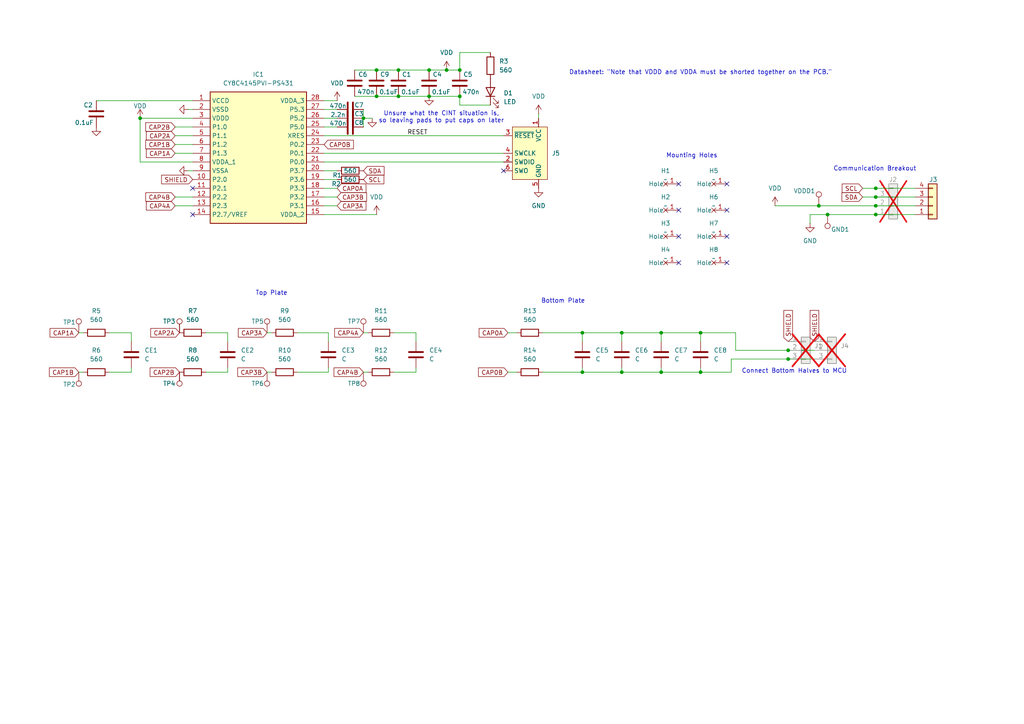
<source format=kicad_sch>
(kicad_sch (version 20250114) (generator "eeschema") (generator_version "9.0")
  (paper "A4")
  (lib_symbols
    (symbol "CY8C4145PVI-PS431:CY8C4145PVI-PS431"
      (property "Reference" "IC" (at 34.29 7.62 0))
      (property "Value" "CY8C4145PVI-PS431" (at 34.29 5.08 0))
      (symbol "CY8C4145PVI-PS431_1_1"
        (rectangle (start 5.08 2.54) (end 33.02 -35.56) (stroke (width 0.254)) (fill (type background)))
        (pin passive line (at 0 0 0) (length 5.08) (name "VCCD") (number "1"))
        (pin passive line (at 0 -2.54 0) (length 5.08) (name "VSSD") (number "2"))
        (pin passive line (at 0 -5.08 0) (length 5.08) (name "VDDD") (number "3"))
        (pin passive line (at 0 -7.62 0) (length 5.08) (name "P1.0") (number "4"))
        (pin passive line (at 0 -10.16 0) (length 5.08) (name "P1.1") (number "5"))
        (pin passive line (at 0 -12.7 0) (length 5.08) (name "P1.2") (number "6"))
        (pin passive line (at 0 -15.24 0) (length 5.08) (name "P1.3") (number "7"))
        (pin passive line (at 0 -17.78 0) (length 5.08) (name "VDDA_1") (number "8"))
        (pin passive line (at 0 -20.32 0) (length 5.08) (name "VSSA") (number "9"))
        (pin passive line (at 0 -22.86 0) (length 5.08) (name "P2.0") (number "10"))
        (pin passive line (at 0 -25.4 0) (length 5.08) (name "P2.1") (number "11"))
        (pin passive line (at 0 -27.94 0) (length 5.08) (name "P2.2") (number "12"))
        (pin passive line (at 0 -30.48 0) (length 5.08) (name "P2.3") (number "13"))
        (pin passive line (at 0 -33.02 0) (length 5.08) (name "P2.7/VREF") (number "14"))
        (pin passive line (at 38.1 0 180) (length 5.08) (name "VDDA_3") (number "28"))
        (pin passive line (at 38.1 -2.54 180) (length 5.08) (name "P5.3") (number "27"))
        (pin passive line (at 38.1 -5.08 180) (length 5.08) (name "P5.2") (number "26"))
        (pin passive line (at 38.1 -7.62 180) (length 5.08) (name "P5.0") (number "25"))
        (pin passive line (at 38.1 -10.16 180) (length 5.08) (name "XRES") (number "24"))
        (pin passive line (at 38.1 -12.7 180) (length 5.08) (name "P0.2") (number "23"))
        (pin passive line (at 38.1 -15.24 180) (length 5.08) (name "P0.1") (number "22"))
        (pin passive line (at 38.1 -17.78 180) (length 5.08) (name "P0.0") (number "21"))
        (pin passive line (at 38.1 -20.32 180) (length 5.08) (name "P3.7") (number "20"))
        (pin passive line (at 38.1 -22.86 180) (length 5.08) (name "P3.6") (number "19"))
        (pin passive line (at 38.1 -25.4 180) (length 5.08) (name "P3.3") (number "18"))
        (pin passive line (at 38.1 -27.94 180) (length 5.08) (name "P3.2") (number "17"))
        (pin passive line (at 38.1 -30.48 180) (length 5.08) (name "P3.1") (number "16"))
        (pin passive line (at 38.1 -33.02 180) (length 5.08) (name "VDDA_2") (number "15"))
      )
    )
    (symbol "Connector:Conn_ARM_SWD_TagConnect_TC2030-NL" (in_bom no)
      (property "Reference" "J" (at 2.54 11.43 0))
      (property "Value" "Conn_ARM_SWD_TagConnect_TC2030-NL" (at 2.54 8.89 0))
      (symbol "Conn_ARM_SWD_TagConnect_TC2030-NL_0_0"
        (pin power_in line (at -2.54 10.16 270) (length 2.54) (name "VCC") (number "1"))
        (pin power_in line (at -2.54 -10.16 90) (length 2.54) (name "GND") (number "5"))
        (pin open_collector line (at 7.62 5.08 180) (length 2.54) (name "~{RESET}") (number "3"))
        (pin output line (at 7.62 0 180) (length 2.54) (name "SWCLK") (number "4"))
        (pin bidirectional line (at 7.62 -2.54 180) (length 2.54) (name "SWDIO") (number "2"))
        (pin input line (at 7.62 -5.08 180) (length 2.54) (name "SWO") (number "6"))
      )
      (symbol "Conn_ARM_SWD_TagConnect_TC2030-NL_0_1"
        (rectangle (start -5.08 7.62) (end 5.08 -7.62) (fill (type background)))
      )
    )
    (symbol "Connector:TestPoint" (pin_numbers (hide yes)) (pin_names (offset 0.762) (hide yes))
      (property "Reference" "TP" (at 0 6.858 0))
      (property "Value" "TestPoint" (at 0 5.08 0))
      (symbol "TestPoint_0_1"
        (circle (center 0 3.302) (radius 0.762))
      )
      (symbol "TestPoint_1_1"
        (pin passive line (at 0 0 90) (length 2.54) (name "1") (number "1"))
      )
    )
    (symbol "Connector_Generic:Conn_01x03" (pin_names (offset 1.016) (hide yes))
      (property "Reference" "J" (at 0 5.08 0))
      (property "Value" "Conn_01x03" (at 0 -5.08 0))
      (symbol "Conn_01x03_1_1"
        (rectangle (start -1.27 3.81) (end 1.27 -3.81) (stroke (width 0.254)) (fill (type background)))
        (rectangle (start -1.27 2.667) (end 0 2.413) (stroke (width 0.1524)))
        (rectangle (start -1.27 0.127) (end 0 -0.127) (stroke (width 0.1524)))
        (rectangle (start -1.27 -2.413) (end 0 -2.667) (stroke (width 0.1524)))
        (pin passive line (at -5.08 2.54 0) (length 3.81) (name "Pin_1") (number "1"))
        (pin passive line (at -5.08 0 0) (length 3.81) (name "Pin_2") (number "2"))
        (pin passive line (at -5.08 -2.54 0) (length 3.81) (name "Pin_3") (number "3"))
      )
    )
    (symbol "Connector_Generic:Conn_01x04" (pin_names (offset 1.016) (hide yes))
      (property "Reference" "J" (at 0 5.08 0))
      (property "Value" "Conn_01x04" (at 0 -7.62 0))
      (symbol "Conn_01x04_1_1"
        (rectangle (start -1.27 3.81) (end 1.27 -6.35) (stroke (width 0.254)) (fill (type background)))
        (rectangle (start -1.27 2.667) (end 0 2.413) (stroke (width 0.1524)))
        (rectangle (start -1.27 0.127) (end 0 -0.127) (stroke (width 0.1524)))
        (rectangle (start -1.27 -2.413) (end 0 -2.667) (stroke (width 0.1524)))
        (rectangle (start -1.27 -4.953) (end 0 -5.207) (stroke (width 0.1524)))
        (pin passive line (at -5.08 2.54 0) (length 3.81) (name "Pin_1") (number "1"))
        (pin passive line (at -5.08 0 0) (length 3.81) (name "Pin_2") (number "2"))
        (pin passive line (at -5.08 -2.54 0) (length 3.81) (name "Pin_3") (number "3"))
        (pin passive line (at -5.08 -5.08 0) (length 3.81) (name "Pin_4") (number "4"))
      )
    )
    (symbol "Device:C" (pin_numbers (hide yes)) (pin_names (offset 0.254))
      (property "Reference" "C" (at 0.635 2.54 0))
      (property "Value" "C" (at 0.635 -2.54 0))
      (symbol "C_0_1"
        (polyline (pts (xy -2.032 0.762) (xy 2.032 0.762)) (stroke (width 0.508)))
        (polyline (pts (xy -2.032 -0.762) (xy 2.032 -0.762)) (stroke (width 0.508)))
      )
      (symbol "C_1_1"
        (pin passive line (at 0 3.81 270) (length 2.794) (name "~") (number "1"))
        (pin passive line (at 0 -3.81 90) (length 2.794) (name "~") (number "2"))
      )
    )
    (symbol "Device:LED" (pin_numbers (hide yes)) (pin_names (offset 1.016) (hide yes))
      (property "Reference" "D" (at 0 2.54 0))
      (property "Value" "LED" (at 0 -2.54 0))
      (symbol "LED_0_1"
        (polyline (pts (xy -3.048 -0.762) (xy -4.572 -2.286) (xy -3.81 -2.286) (xy -4.572 -2.286) (xy -4.572 -1.524)))
        (polyline (pts (xy -1.778 -0.762) (xy -3.302 -2.286) (xy -2.54 -2.286) (xy -3.302 -2.286) (xy -3.302 -1.524)))
        (polyline (pts (xy -1.27 0) (xy 1.27 0)))
        (polyline (pts (xy -1.27 -1.27) (xy -1.27 1.27)) (stroke (width 0.254)))
        (polyline (pts (xy 1.27 -1.27) (xy 1.27 1.27) (xy -1.27 0) (xy 1.27 -1.27)) (stroke (width 0.254)))
      )
      (symbol "LED_1_1"
        (pin passive line (at -3.81 0 0) (length 2.54) (name "K") (number "1"))
        (pin passive line (at 3.81 0 180) (length 2.54) (name "A") (number "2"))
      )
    )
    (symbol "Device:R" (pin_numbers (hide yes)) (pin_names (offset 0))
      (property "Reference" "R" (at 2.032 0 90))
      (property "Value" "R" (at 0 0 90))
      (symbol "R_0_1"
        (rectangle (start -1.016 -2.54) (end 1.016 2.54) (stroke (width 0.254)))
      )
      (symbol "R_1_1"
        (pin passive line (at 0 3.81 270) (length 1.27) (name "~") (number "1"))
        (pin passive line (at 0 -3.81 90) (length 1.27) (name "~") (number "2"))
      )
    )
    (symbol "ECE445L:C" (pin_numbers (hide yes)) (pin_names (offset 0.254))
      (property "Reference" "C" (at 0.635 2.54 0))
      (property "Value" "C" (at 0.635 -2.54 0))
      (symbol "C_0_1"
        (polyline (pts (xy -2.032 0.762) (xy 2.032 0.762)) (stroke (width 0.508)))
        (polyline (pts (xy -2.032 -0.762) (xy 2.032 -0.762)) (stroke (width 0.508)))
      )
      (symbol "C_1_1"
        (pin passive line (at 0 3.81 270) (length 2.794) (name "~") (number "1"))
        (pin passive line (at 0 -3.81 90) (length 2.794) (name "~") (number "2"))
      )
    )
    (symbol "ECE445L:MountingHole"
      (property "Reference" "H" (at 0 0 0))
      (symbol "MountingHole_1_1"
        (pin power_in non_logic (at 0 0 180) (length 3.81) (name "Hole") (number "1"))
      )
    )
    (symbol "power:GND" (power) (pin_numbers (hide yes)) (pin_names (offset 0) (hide yes))
      (property "Value" "GND" (at 0 -3.81 0))
      (symbol "GND_0_1"
        (polyline (pts (xy 0 0) (xy 0 -1.27) (xy 1.27 -1.27) (xy 0 -2.54) (xy -1.27 -1.27) (xy 0 -1.27)))
      )
      (symbol "GND_1_1"
        (pin power_in line (at 0 0 270) (length 0) (name "~") (number "1"))
      )
    )
    (symbol "power:VDD" (power) (pin_numbers (hide yes)) (pin_names (offset 0) (hide yes))
      (property "Value" "VDD" (at 0 3.556 0))
      (symbol "VDD_0_1"
        (polyline (pts (xy -0.762 1.27) (xy 0 2.54)))
        (polyline (pts (xy 0 2.54) (xy 0.762 1.27)))
        (polyline (pts (xy 0 0) (xy 0 2.54)))
      )
      (symbol "VDD_1_1"
        (pin power_in line (at 0 0 90) (length 0) (name "~") (number "1"))
      )
    )
  )
  (text "Datasheet: \"Note that VDDD and VDDA must be shorted together on the PCB.\"" (at 203.2 21.082 0) (effects (font (size 1.27 1.27))))
  (text "Top Plate" (at 78.74 85.09 0) (effects (font (size 1.27 1.27))))
  (text "Mounting Holes" (at 200.66 45.212 0) (effects (font (size 1.27 1.27))))
  (text "Unsure what the CINT situation is,\nso leaving pads to put caps on later" (at 128.016 34.036 0) (effects (font (size 1.27 1.27))))
  (text "Bottom Plate" (at 163.322 87.376 0) (effects (font (size 1.27 1.27))))
  (text "Communication Breakout\n" (at 253.746 49.022 0) (effects (font (size 1.27 1.27))))
  (text "Connect Bottom Halves to MCU\n" (at 230.378 107.696 0) (effects (font (size 1.27 1.27))))
  (junction (at 168.91 107.95))
  (junction (at 254 57.15))
  (junction (at 180.34 96.52))
  (junction (at 191.77 96.52))
  (junction (at 168.91 96.52))
  (junction (at 203.2 107.95))
  (junction (at 40.64 34.29))
  (junction (at 191.77 107.95))
  (junction (at 109.22 20.32))
  (junction (at 105.41 34.29))
  (junction (at 254 62.23))
  (junction (at 254 54.61))
  (junction (at 115.57 27.94))
  (junction (at 129.54 20.32))
  (junction (at 228.6 104.14))
  (junction (at 203.2 96.52))
  (junction (at 124.46 20.32))
  (junction (at 133.35 20.32))
  (junction (at 240.03 62.23))
  (junction (at 124.46 27.94))
  (junction (at 254 59.69))
  (junction (at 228.6 101.6))
  (junction (at 133.35 27.94))
  (junction (at 237.49 59.69))
  (junction (at 109.22 27.94))
  (junction (at 180.34 107.95))
  (junction (at 115.57 20.32))
  (no_connect (at 210.82 53.34))
  (no_connect (at 196.85 76.2))
  (no_connect (at 210.82 68.58))
  (no_connect (at 210.82 76.2))
  (no_connect (at 196.85 68.58))
  (no_connect (at 55.88 62.23))
  (no_connect (at 55.88 54.61))
  (no_connect (at 196.85 53.34))
  (no_connect (at 146.05 49.53))
  (no_connect (at 196.85 60.96))
  (no_connect (at 210.82 60.96))
  (wire (pts (xy 228.6 104.14) (xy 236.22 104.14)))
  (wire (pts (xy 66.04 96.52) (xy 66.04 99.06)))
  (wire (pts (xy 237.49 59.69) (xy 254 59.69)))
  (wire (pts (xy 24.13 96.52) (xy 22.86 96.52)))
  (wire (pts (xy 212.09 104.14) (xy 212.09 107.95)))
  (wire (pts (xy 254 59.69) (xy 265.43 59.69)))
  (wire (pts (xy 93.98 31.75) (xy 97.79 31.75)))
  (wire (pts (xy 213.36 101.6) (xy 213.36 96.52)))
  (wire (pts (xy 105.41 96.52) (xy 106.68 96.52)))
  (wire (pts (xy 93.98 62.23) (xy 109.22 62.23)))
  (wire (pts (xy 254 54.61) (xy 265.43 54.61)))
  (wire (pts (xy 106.68 107.95) (xy 105.41 107.95)))
  (wire (pts (xy 50.8 59.69) (xy 55.88 59.69)))
  (wire (pts (xy 133.35 30.48) (xy 133.35 27.94)))
  (wire (pts (xy 59.69 107.95) (xy 66.04 107.95)))
  (wire (pts (xy 228.6 101.6) (xy 236.22 101.6)))
  (wire (pts (xy 86.36 96.52) (xy 95.25 96.52)))
  (wire (pts (xy 93.98 59.69) (xy 97.79 59.69)))
  (wire (pts (xy 180.34 106.68) (xy 180.34 107.95)))
  (wire (pts (xy 86.36 107.95) (xy 95.25 107.95)))
  (wire (pts (xy 120.65 96.52) (xy 120.65 99.06)))
  (wire (pts (xy 142.24 15.24) (xy 133.35 15.24)))
  (wire (pts (xy 54.61 49.53) (xy 55.88 49.53)))
  (wire (pts (xy 93.98 34.29) (xy 97.79 34.29)))
  (wire (pts (xy 114.3 107.95) (xy 120.65 107.95)))
  (wire (pts (xy 40.64 34.29) (xy 55.88 34.29)))
  (wire (pts (xy 93.98 39.37) (xy 146.05 39.37)))
  (wire (pts (xy 191.77 107.95) (xy 203.2 107.95)))
  (wire (pts (xy 22.86 107.95) (xy 24.13 107.95)))
  (wire (pts (xy 129.54 20.32) (xy 133.35 20.32)))
  (wire (pts (xy 40.64 34.29) (xy 40.64 46.99)))
  (wire (pts (xy 38.1 107.95) (xy 38.1 106.68)))
  (wire (pts (xy 93.98 29.21) (xy 97.79 29.21)))
  (wire (pts (xy 93.98 44.45) (xy 146.05 44.45)))
  (wire (pts (xy 54.61 31.75) (xy 55.88 31.75)))
  (wire (pts (xy 115.57 20.32) (xy 124.46 20.32)))
  (wire (pts (xy 212.09 104.14) (xy 228.6 104.14)))
  (wire (pts (xy 168.91 107.95) (xy 168.91 106.68)))
  (wire (pts (xy 77.47 96.52) (xy 78.74 96.52)))
  (wire (pts (xy 250.19 57.15) (xy 254 57.15)))
  (wire (pts (xy 191.77 96.52) (xy 203.2 96.52)))
  (wire (pts (xy 234.95 62.23) (xy 240.03 62.23)))
  (wire (pts (xy 95.25 107.95) (xy 95.25 106.68)))
  (wire (pts (xy 203.2 96.52) (xy 203.2 99.06)))
  (wire (pts (xy 50.8 39.37) (xy 55.88 39.37)))
  (wire (pts (xy 156.21 33.02) (xy 156.21 34.29)))
  (wire (pts (xy 93.98 46.99) (xy 146.05 46.99)))
  (wire (pts (xy 93.98 52.07) (xy 97.79 52.07)))
  (wire (pts (xy 129.54 20.32) (xy 124.46 20.32)))
  (wire (pts (xy 224.79 59.69) (xy 237.49 59.69)))
  (wire (pts (xy 147.32 96.52) (xy 149.86 96.52)))
  (wire (pts (xy 93.98 57.15) (xy 97.79 57.15)))
  (wire (pts (xy 240.03 62.23) (xy 254 62.23)))
  (wire (pts (xy 234.95 62.23) (xy 234.95 64.77)))
  (wire (pts (xy 133.35 15.24) (xy 133.35 20.32)))
  (wire (pts (xy 168.91 107.95) (xy 180.34 107.95)))
  (wire (pts (xy 180.34 96.52) (xy 191.77 96.52)))
  (wire (pts (xy 31.75 96.52) (xy 38.1 96.52)))
  (wire (pts (xy 142.24 30.48) (xy 133.35 30.48)))
  (wire (pts (xy 180.34 107.95) (xy 191.77 107.95)))
  (wire (pts (xy 168.91 96.52) (xy 180.34 96.52)))
  (wire (pts (xy 212.09 107.95) (xy 203.2 107.95)))
  (wire (pts (xy 157.48 96.52) (xy 168.91 96.52)))
  (wire (pts (xy 50.8 41.91) (xy 55.88 41.91)))
  (wire (pts (xy 147.32 107.95) (xy 149.86 107.95)))
  (wire (pts (xy 115.57 27.94) (xy 124.46 27.94)))
  (wire (pts (xy 114.3 96.52) (xy 120.65 96.52)))
  (wire (pts (xy 180.34 96.52) (xy 180.34 99.06)))
  (wire (pts (xy 120.65 107.95) (xy 120.65 106.68)))
  (wire (pts (xy 38.1 96.52) (xy 38.1 99.06)))
  (wire (pts (xy 105.41 34.29) (xy 105.41 36.83)))
  (wire (pts (xy 157.48 107.95) (xy 168.91 107.95)))
  (wire (pts (xy 250.19 54.61) (xy 254 54.61)))
  (wire (pts (xy 191.77 106.68) (xy 191.77 107.95)))
  (wire (pts (xy 254 57.15) (xy 265.43 57.15)))
  (wire (pts (xy 102.87 20.32) (xy 109.22 20.32)))
  (wire (pts (xy 59.69 96.52) (xy 66.04 96.52)))
  (wire (pts (xy 93.98 54.61) (xy 97.79 54.61)))
  (wire (pts (xy 95.25 96.52) (xy 95.25 99.06)))
  (wire (pts (xy 203.2 107.95) (xy 203.2 106.68)))
  (wire (pts (xy 105.41 34.29) (xy 107.95 34.29)))
  (wire (pts (xy 102.87 27.94) (xy 109.22 27.94)))
  (wire (pts (xy 50.8 57.15) (xy 55.88 57.15)))
  (wire (pts (xy 97.79 36.83) (xy 93.98 36.83)))
  (wire (pts (xy 213.36 101.6) (xy 228.6 101.6)))
  (wire (pts (xy 66.04 107.95) (xy 66.04 106.68)))
  (wire (pts (xy 93.98 49.53) (xy 97.79 49.53)))
  (wire (pts (xy 27.94 29.21) (xy 55.88 29.21)))
  (wire (pts (xy 77.47 107.95) (xy 78.74 107.95)))
  (wire (pts (xy 168.91 96.52) (xy 168.91 99.06)))
  (wire (pts (xy 191.77 96.52) (xy 191.77 99.06)))
  (wire (pts (xy 109.22 20.32) (xy 115.57 20.32)))
  (wire (pts (xy 109.22 27.94) (xy 115.57 27.94)))
  (wire (pts (xy 124.46 27.94) (xy 133.35 27.94)))
  (wire (pts (xy 254 62.23) (xy 265.43 62.23)))
  (wire (pts (xy 105.41 31.75) (xy 105.41 34.29)))
  (wire (pts (xy 31.75 107.95) (xy 38.1 107.95)))
  (wire (pts (xy 40.64 46.99) (xy 55.88 46.99)))
  (wire (pts (xy 213.36 96.52) (xy 203.2 96.52)))
  (wire (pts (xy 50.8 44.45) (xy 55.88 44.45)))
  (wire (pts (xy 50.8 36.83) (xy 55.88 36.83)))
  (label "RESET" (at 118.11 39.37 0))
  (global_label "CAP0B" (shape input) (at 93.98 41.91 0) (property "Intersheetrefs" "${INTERSHEET_REFS}" (effects (hide yes))))
  (global_label "CAP2A" (shape input) (at 52.07 96.52 180) (property "Intersheetrefs" "${INTERSHEET_REFS}" (effects (hide yes))))
  (global_label "CAP1B" (shape input) (at 50.8 41.91 180) (property "Intersheetrefs" "${INTERSHEET_REFS}" (effects (hide yes))))
  (global_label "CAP3B" (shape input) (at 77.47 107.95 180) (property "Intersheetrefs" "${INTERSHEET_REFS}" (effects (hide yes))))
  (global_label "CAP4A" (shape input) (at 105.41 96.52 180) (property "Intersheetrefs" "${INTERSHEET_REFS}" (effects (hide yes))))
  (global_label "CAP0B" (shape input) (at 147.32 107.95 180) (property "Intersheetrefs" "${INTERSHEET_REFS}" (effects (hide yes))))
  (global_label "CAP4A" (shape input) (at 50.8 59.69 180) (property "Intersheetrefs" "${INTERSHEET_REFS}" (effects (hide yes))))
  (global_label "CAP2B" (shape input) (at 52.07 107.95 180) (property "Intersheetrefs" "${INTERSHEET_REFS}" (effects (hide yes))))
  (global_label "SDA" (shape input) (at 105.41 49.53 0) (property "Intersheetrefs" "${INTERSHEET_REFS}" (effects (hide yes))))
  (global_label "SDA" (shape input) (at 250.19 57.15 180) (property "Intersheetrefs" "${INTERSHEET_REFS}" (effects (hide yes))))
  (global_label "SHIELD" (shape input) (at 228.6 99.06 90) (property "Intersheetrefs" "${INTERSHEET_REFS}" (effects (hide yes))))
  (global_label "SCL" (shape input) (at 105.41 52.07 0) (property "Intersheetrefs" "${INTERSHEET_REFS}" (effects (hide yes))))
  (global_label "CAP1B" (shape input) (at 22.86 107.95 180) (property "Intersheetrefs" "${INTERSHEET_REFS}" (effects (hide yes))))
  (global_label "SHIELD" (shape input) (at 55.88 52.07 180) (property "Intersheetrefs" "${INTERSHEET_REFS}" (effects (hide yes))))
  (global_label "CAP1A" (shape input) (at 22.86 96.52 180) (property "Intersheetrefs" "${INTERSHEET_REFS}" (effects (hide yes))))
  (global_label "CAP0A" (shape input) (at 97.79 54.61 0) (property "Intersheetrefs" "${INTERSHEET_REFS}" (effects (hide yes))))
  (global_label "CAP4B" (shape input) (at 50.8 57.15 180) (property "Intersheetrefs" "${INTERSHEET_REFS}" (effects (hide yes))))
  (global_label "CAP2A" (shape input) (at 50.8 39.37 180) (property "Intersheetrefs" "${INTERSHEET_REFS}" (effects (hide yes))))
  (global_label "CAP3A" (shape input) (at 97.79 59.69 0) (property "Intersheetrefs" "${INTERSHEET_REFS}" (effects (hide yes))))
  (global_label "CAP1A" (shape input) (at 50.8 44.45 180) (property "Intersheetrefs" "${INTERSHEET_REFS}" (effects (hide yes))))
  (global_label "CAP3A" (shape input) (at 77.47 96.52 180) (property "Intersheetrefs" "${INTERSHEET_REFS}" (effects (hide yes))))
  (global_label "SCL" (shape input) (at 250.19 54.61 180) (property "Intersheetrefs" "${INTERSHEET_REFS}" (effects (hide yes))))
  (global_label "CAP3B" (shape input) (at 97.79 57.15 0) (property "Intersheetrefs" "${INTERSHEET_REFS}" (effects (hide yes))))
  (global_label "CAP2B" (shape input) (at 50.8 36.83 180) (property "Intersheetrefs" "${INTERSHEET_REFS}" (effects (hide yes))))
  (global_label "CAP0A" (shape input) (at 147.32 96.52 180) (property "Intersheetrefs" "${INTERSHEET_REFS}" (effects (hide yes))))
  (global_label "SHIELD" (shape input) (at 236.22 99.06 90) (property "Intersheetrefs" "${INTERSHEET_REFS}" (effects (hide yes))))
  (global_label "CAP4B" (shape input) (at 105.41 107.95 180) (property "Intersheetrefs" "${INTERSHEET_REFS}" (effects (hide yes))))
  (symbol (lib_id "Connector:TestPoint") (at 22.86 107.95 180) (unit 1)
    (property "Reference" "TP2" (at 18.288 111.506 0) (effects (justify right)))
    (property "Value" "TestPoint" (effects (hide yes)))
    (property "Footprint" "TestPoint:TestPoint_THTPad_D1.0mm_Drill0.5mm" (effects (hide yes)))
    (property "Description" "test point" (effects (hide yes)))
  )
  (symbol (lib_id "Device:C") (at 101.6 31.75 90) (unit 1)
    (property "Reference" "C7" (at 104.14 30.48 90))
    (property "Value" "470n" (at 98.044 30.734 90))
    (property "Footprint" "Capacitor_SMD:C_0603_1608Metric_Pad1.08x0.95mm_HandSolder" (effects (hide yes)))
    (property "Description" "Unpolarized capacitor" (effects (hide yes)))
  )
  (symbol (lib_id "Device:R") (at 101.6 49.53 90) (unit 1)
    (property "Reference" "R1" (at 97.79 50.8 90))
    (property "Value" "560" (at 101.6 49.53 90))
    (property "Footprint" "Resistor_SMD:R_0603_1608Metric_Pad0.98x0.95mm_HandSolder" (effects (hide yes)))
    (property "Description" "Resistor" (effects (hide yes)))
  )
  (symbol (lib_id "ECE445L:C") (at 38.1 102.87 0) (unit 1)
    (property "Reference" "CE1" (at 41.91 101.5999 0) (effects (justify left)))
    (property "Value" "C" (at 41.91 104.1399 0) (effects (justify left)))
    (property "Footprint" "ECE382N:07W_01S_52D_COIL_BACK" (effects (hide yes)))
    (property "Description" "Unpolarized capacitor" (effects (hide yes)))
  )
  (symbol (lib_id "power:VDD") (at 129.54 20.32 0) (unit 1)
    (property "Reference" "#PWR05" (effects (hide yes)))
    (property "Value" "VDD" (at 129.54 15.24 0))
    (property "Description" "Power symbol creates a global label with name \"VDD\"" (effects (hide yes)))
  )
  (symbol (lib_id "ECE445L:C") (at 115.57 24.13 0) (unit 1)
    (property "Reference" "C1" (at 116.586 21.59 0) (effects (justify left)))
    (property "Value" "0.1uF" (at 116.332 26.67 0) (effects (justify left)))
    (property "Footprint" "Capacitor_SMD:C_0603_1608Metric_Pad1.08x0.95mm_HandSolder" (effects (hide yes)))
    (property "Description" "Unpolarized capacitor" (effects (hide yes)))
  )
  (symbol (lib_id "Connector:TestPoint") (at 240.03 62.23 180) (unit 1)
    (property "Reference" "GND1" (at 241.046 66.548 0) (effects (justify right)))
    (property "Value" "TestPoint" (effects (hide yes)))
    (property "Footprint" "TestPoint:TestPoint_THTPad_D1.0mm_Drill0.5mm" (effects (hide yes)))
    (property "Description" "test point" (effects (hide yes)))
  )
  (symbol (lib_id "power:GND") (at 27.94 36.83 0) (unit 1)
    (property "Reference" "#PWR0109" (effects (hide yes)))
    (property "Value" "GND" (effects (hide yes)))
    (property "Description" "Power symbol creates a global label with name \"GND\" , ground" (effects (hide yes)))
  )
  (symbol (lib_id "Connector:TestPoint") (at 52.07 107.95 180) (unit 1)
    (property "Reference" "TP4" (at 47.244 111.252 0) (effects (justify right)))
    (property "Value" "TestPoint" (effects (hide yes)))
    (property "Footprint" "TestPoint:TestPoint_THTPad_D1.0mm_Drill0.5mm" (effects (hide yes)))
    (property "Description" "test point" (effects (hide yes)))
  )
  (symbol (lib_id "Device:R") (at 27.94 107.95 90) (unit 1)
    (property "Reference" "R6" (at 27.94 101.6 90))
    (property "Value" "560" (at 27.94 104.14 90))
    (property "Footprint" "Resistor_SMD:R_0603_1608Metric_Pad0.98x0.95mm_HandSolder" (effects (hide yes)))
    (property "Description" "Resistor" (effects (hide yes)))
  )
  (symbol (lib_id "ECE445L:MountingHole") (at 196.85 68.58 0) (unit 1)
    (property "Reference" "H3" (at 193.04 64.77 0))
    (property "Value" "~" (at 193.04 67.31 0))
    (property "Footprint" "MountingHole:MountingHole_3.2mm_M3_Pad" (effects (hide yes)))
    (property "Description" "Drill hole for 4-40 screw" (effects (hide yes)))
  )
  (symbol (lib_id "Device:R") (at 110.49 107.95 90) (unit 1)
    (property "Reference" "R12" (at 110.49 101.6 90))
    (property "Value" "560" (at 110.49 104.14 90))
    (property "Footprint" "Resistor_SMD:R_0603_1608Metric_Pad0.98x0.95mm_HandSolder" (effects (hide yes)))
    (property "Description" "Resistor" (effects (hide yes)))
  )
  (symbol (lib_id "ECE445L:C") (at 191.77 102.87 0) (unit 1)
    (property "Reference" "CE7" (at 195.58 101.5999 0) (effects (justify left)))
    (property "Value" "C" (at 195.58 104.1399 0) (effects (justify left)))
    (property "Footprint" "ECE382N:07W_01S_52D_COIL_FRONT" (effects (hide yes)))
    (property "Description" "Unpolarized capacitor" (effects (hide yes)))
  )
  (symbol (lib_id "power:GND") (at 54.61 31.75 270) (unit 1)
    (property "Reference" "#PWR0110" (effects (hide yes)))
    (property "Value" "GND" (effects (hide yes)))
    (property "Description" "Power symbol creates a global label with name \"GND\" , ground" (effects (hide yes)))
  )
  (symbol (lib_id "Device:C") (at 101.6 34.29 90) (unit 1)
    (property "Reference" "C3" (at 104.14 33.02 90))
    (property "Value" "2.2n" (at 98.044 33.274 90))
    (property "Footprint" "Capacitor_SMD:C_0603_1608Metric_Pad1.08x0.95mm_HandSolder" (effects (hide yes)))
    (property "Description" "Unpolarized capacitor" (effects (hide yes)))
  )
  (symbol (lib_id "ECE445L:C") (at 133.35 24.13 0) (unit 1)
    (property "Reference" "C5" (at 134.366 21.59 0) (effects (justify left)))
    (property "Value" "470n" (at 134.112 26.67 0) (effects (justify left)))
    (property "Footprint" "Capacitor_SMD:C_0603_1608Metric_Pad1.08x0.95mm_HandSolder" (effects (hide yes)))
    (property "Description" "Unpolarized capacitor" (effects (hide yes)))
  )
  (symbol (lib_id "power:VDD") (at 224.79 59.69 0) (unit 1)
    (property "Reference" "#PWR01" (effects (hide yes)))
    (property "Value" "VDD" (at 224.79 54.61 0))
    (property "Description" "Power symbol creates a global label with name \"VDD\"" (effects (hide yes)))
  )
  (symbol (lib_id "power:VDD") (at 156.21 33.02 0) (unit 1)
    (property "Reference" "#PWR06" (effects (hide yes)))
    (property "Value" "VDD" (at 156.21 27.94 0))
    (property "Description" "Power symbol creates a global label with name \"VDD\"" (effects (hide yes)))
  )
  (symbol (lib_id "Connector:TestPoint") (at 77.47 96.52 0) (unit 1)
    (property "Reference" "TP5" (at 72.898 93.218 0) (effects (justify left)))
    (property "Value" "TestPoint" (effects (hide yes)))
    (property "Footprint" "TestPoint:TestPoint_THTPad_D1.0mm_Drill0.5mm" (effects (hide yes)))
    (property "Description" "test point" (effects (hide yes)))
  )
  (symbol (lib_id "Device:R") (at 82.55 107.95 90) (unit 1)
    (property "Reference" "R10" (at 82.55 101.6 90))
    (property "Value" "560" (at 82.55 104.14 90))
    (property "Footprint" "Resistor_SMD:R_0603_1608Metric_Pad0.98x0.95mm_HandSolder" (effects (hide yes)))
    (property "Description" "Resistor" (effects (hide yes)))
  )
  (symbol (lib_id "power:VDD") (at 97.79 29.21 0) (unit 1)
    (property "Reference" "#PWR03" (effects (hide yes)))
    (property "Value" "VDD" (at 97.79 24.13 0))
    (property "Description" "Power symbol creates a global label with name \"VDD\"" (effects (hide yes)))
  )
  (symbol (lib_id "power:GND") (at 107.95 34.29 0) (unit 1)
    (property "Reference" "#PWR0120" (effects (hide yes)))
    (property "Value" "GND" (effects (hide yes)))
    (property "Description" "Power symbol creates a global label with name \"GND\" , ground" (effects (hide yes)))
  )
  (symbol (lib_id "Connector_Generic:Conn_01x03") (at 233.68 101.6 0) (unit 1) (dnp yes)
    (property "Reference" "J1" (at 236.22 100.3299 0) (effects (justify left)))
    (property "Value" "Conn_01x03" (effects (hide yes)))
    (property "Footprint" "Connector_PinHeader_2.00mm:PinHeader_1x03_P2.00mm_Vertical" (effects (hide yes)))
    (property "Description" "Generic connector, single row, 01x03, script generated (kicad-library-utils/schlib/autogen/connector/)" (effects (hide yes)))
  )
  (symbol (lib_id "Connector:Conn_ARM_SWD_TagConnect_TC2030-NL") (at 153.67 44.45 0) (mirror y) (unit 1) (in_bom no)
    (property "Reference" "J5" (at 160.02 44.4499 0) (effects (justify right)))
    (property "Value" "Conn_ARM_SWD_TagConnect_TC2030-NL" (effects (hide yes)))
    (property "Footprint" "Connector:Tag-Connect_TC2030-IDC-NL_2x03_P1.27mm_Vertical" (effects (hide yes)))
    (property "Datasheet" "https://www.tag-connect.com/wp-content/uploads/bsk-pdf-manager/TC2030-CTX_1.pdf" (effects (hide yes)))
    (property "Description" "Tag-Connect ARM Cortex SWD JTAG connector, 6 pin, no legs" (effects (hide yes)))
  )
  (symbol (lib_id "ECE445L:C") (at 180.34 102.87 0) (unit 1)
    (property "Reference" "CE6" (at 184.15 101.5999 0) (effects (justify left)))
    (property "Value" "C" (at 184.15 104.1399 0) (effects (justify left)))
    (property "Footprint" "ECE382N:07W_01S_52D_COIL_FRONT" (effects (hide yes)))
    (property "Description" "Unpolarized capacitor" (effects (hide yes)))
  )
  (symbol (lib_id "ECE445L:C") (at 203.2 102.87 0) (unit 1)
    (property "Reference" "CE8" (at 207.01 101.5999 0) (effects (justify left)))
    (property "Value" "C" (at 207.01 104.1399 0) (effects (justify left)))
    (property "Footprint" "ECE382N:07W_01S_52D_COIL_FRONT" (effects (hide yes)))
    (property "Description" "Unpolarized capacitor" (effects (hide yes)))
  )
  (symbol (lib_id "power:VDD") (at 109.22 62.23 0) (unit 1)
    (property "Reference" "#PWR04" (effects (hide yes)))
    (property "Value" "VDD" (at 109.22 57.15 0))
    (property "Description" "Power symbol creates a global label with name \"VDD\"" (effects (hide yes)))
  )
  (symbol (lib_id "Connector:TestPoint") (at 52.07 96.52 0) (unit 1)
    (property "Reference" "TP3" (at 47.244 93.218 0) (effects (justify left)))
    (property "Value" "TestPoint" (effects (hide yes)))
    (property "Footprint" "TestPoint:TestPoint_THTPad_D1.0mm_Drill0.5mm" (effects (hide yes)))
    (property "Description" "test point" (effects (hide yes)))
  )
  (symbol (lib_id "ECE445L:MountingHole") (at 210.82 53.34 0) (unit 1)
    (property "Reference" "H5" (at 207.01 49.53 0))
    (property "Value" "~" (at 207.01 52.07 0))
    (property "Footprint" "MountingHole:MountingHole_3.2mm_M3_Pad" (effects (hide yes)))
    (property "Description" "Drill hole for 4-40 screw" (effects (hide yes)))
  )
  (symbol (lib_id "Connector:TestPoint") (at 105.41 107.95 180) (unit 1)
    (property "Reference" "TP8" (at 100.838 111.252 0) (effects (justify right)))
    (property "Value" "TestPoint" (effects (hide yes)))
    (property "Footprint" "TestPoint:TestPoint_THTPad_D1.0mm_Drill0.5mm" (effects (hide yes)))
    (property "Description" "test point" (effects (hide yes)))
  )
  (symbol (lib_id "power:GND") (at 54.61 49.53 270) (unit 1)
    (property "Reference" "#PWR0111" (effects (hide yes)))
    (property "Value" "GND" (effects (hide yes)))
    (property "Description" "Power symbol creates a global label with name \"GND\" , ground" (effects (hide yes)))
  )
  (symbol (lib_id "ECE445L:C") (at 124.46 24.13 0) (unit 1)
    (property "Reference" "C4" (at 125.476 21.59 0) (effects (justify left)))
    (property "Value" "0.1uF" (at 125.222 26.67 0) (effects (justify left)))
    (property "Footprint" "Capacitor_SMD:C_0603_1608Metric_Pad1.08x0.95mm_HandSolder" (effects (hide yes)))
    (property "Description" "Unpolarized capacitor" (effects (hide yes)))
  )
  (symbol (lib_id "Connector:TestPoint") (at 105.41 96.52 0) (unit 1)
    (property "Reference" "TP7" (at 100.838 93.218 0) (effects (justify left)))
    (property "Value" "TestPoint" (effects (hide yes)))
    (property "Footprint" "TestPoint:TestPoint_THTPad_D1.0mm_Drill0.5mm" (effects (hide yes)))
    (property "Description" "test point" (effects (hide yes)))
  )
  (symbol (lib_id "Device:LED") (at 142.24 26.67 90) (unit 1)
    (property "Reference" "D1" (at 146.05 26.9874 90) (effects (justify right)))
    (property "Value" "LED" (at 146.05 29.5274 90) (effects (justify right)))
    (property "Footprint" "LED_SMD:LED_0603_1608Metric" (effects (hide yes)))
    (property "Description" "Light emitting diode" (effects (hide yes)))
    (property "Sim.Pins" "1=K 2=A" (effects (hide yes)))
  )
  (symbol (lib_id "Connector:TestPoint") (at 77.47 107.95 180) (unit 1)
    (property "Reference" "TP6" (at 72.898 111.252 0) (effects (justify right)))
    (property "Value" "TestPoint" (effects (hide yes)))
    (property "Footprint" "TestPoint:TestPoint_THTPad_D1.0mm_Drill0.5mm" (effects (hide yes)))
    (property "Description" "test point" (effects (hide yes)))
  )
  (symbol (lib_id "power:VDD") (at 40.64 34.29 0) (unit 1)
    (property "Reference" "#PWR02" (effects (hide yes)))
    (property "Value" "VDD" (at 40.64 30.734 0))
    (property "Description" "Power symbol creates a global label with name \"VDD\"" (effects (hide yes)))
  )
  (symbol (lib_id "ECE445L:MountingHole") (at 196.85 76.2 0) (unit 1)
    (property "Reference" "H4" (at 193.04 72.39 0))
    (property "Value" "~" (at 193.04 74.93 0))
    (property "Footprint" "MountingHole:MountingHole_3.2mm_M3_Pad" (effects (hide yes)))
    (property "Description" "Drill hole for 4-40 screw" (effects (hide yes)))
  )
  (symbol (lib_id "Device:R") (at 153.67 107.95 90) (unit 1)
    (property "Reference" "R14" (at 153.67 101.6 90))
    (property "Value" "560" (at 153.67 104.14 90))
    (property "Footprint" "Resistor_SMD:R_0603_1608Metric_Pad0.98x0.95mm_HandSolder" (effects (hide yes)))
    (property "Description" "Resistor" (effects (hide yes)))
  )
  (symbol (lib_id "ECE445L:MountingHole") (at 210.82 68.58 0) (unit 1)
    (property "Reference" "H7" (at 207.01 64.77 0))
    (property "Value" "~" (at 207.01 67.31 0))
    (property "Footprint" "MountingHole:MountingHole_3.2mm_M3_Pad" (effects (hide yes)))
    (property "Description" "Drill hole for 4-40 screw" (effects (hide yes)))
  )
  (symbol (lib_id "Connector_Generic:Conn_01x04") (at 259.08 59.69 0) (mirror x) (unit 1) (dnp yes)
    (property "Reference" "J2" (at 257.81 52.07 0) (effects (justify left)))
    (property "Value" "Conn_01x04" (effects (hide yes)))
    (property "Footprint" "Connector_PinHeader_1.27mm:PinHeader_1x04_P1.27mm_Vertical" (effects (hide yes)))
    (property "Description" "Generic connector, single row, 01x04, script generated (kicad-library-utils/schlib/autogen/connector/)" (effects (hide yes)))
  )
  (symbol (lib_id "Device:R") (at 142.24 19.05 0) (unit 1)
    (property "Reference" "R3" (at 144.78 17.7799 0) (effects (justify left)))
    (property "Value" "560" (at 144.78 20.3199 0) (effects (justify left)))
    (property "Footprint" "Resistor_SMD:R_0603_1608Metric_Pad0.98x0.95mm_HandSolder" (effects (hide yes)))
    (property "Description" "Resistor" (effects (hide yes)))
  )
  (symbol (lib_id "Device:R") (at 55.88 107.95 90) (unit 1)
    (property "Reference" "R8" (at 55.88 101.6 90))
    (property "Value" "560" (at 55.88 104.14 90))
    (property "Footprint" "Resistor_SMD:R_0603_1608Metric_Pad0.98x0.95mm_HandSolder" (effects (hide yes)))
    (property "Description" "Resistor" (effects (hide yes)))
  )
  (symbol (lib_id "Connector_Generic:Conn_01x03") (at 241.3 101.6 0) (unit 1) (dnp yes)
    (property "Reference" "J4" (at 243.84 100.3299 0) (effects (justify left)))
    (property "Value" "Conn_01x03" (effects (hide yes)))
    (property "Footprint" "Connector_PinHeader_2.00mm:PinHeader_1x03_P2.00mm_Vertical" (effects (hide yes)))
    (property "Description" "Generic connector, single row, 01x03, script generated (kicad-library-utils/schlib/autogen/connector/)" (effects (hide yes)))
  )
  (symbol (lib_id "ECE445L:MountingHole") (at 210.82 76.2 0) (unit 1)
    (property "Reference" "H8" (at 207.01 72.39 0))
    (property "Value" "~" (at 207.01 74.93 0))
    (property "Footprint" "MountingHole:MountingHole_3.2mm_M3_Pad" (effects (hide yes)))
    (property "Description" "Drill hole for 4-40 screw" (effects (hide yes)))
  )
  (symbol (lib_id "ECE445L:C") (at 102.87 24.13 0) (unit 1)
    (property "Reference" "C6" (at 103.886 21.59 0) (effects (justify left)))
    (property "Value" "470n" (at 103.632 26.67 0) (effects (justify left)))
    (property "Footprint" "Capacitor_SMD:C_0603_1608Metric_Pad1.08x0.95mm_HandSolder" (effects (hide yes)))
    (property "Description" "Unpolarized capacitor" (effects (hide yes)))
  )
  (symbol (lib_id "Connector:TestPoint") (at 22.86 96.52 0) (unit 1)
    (property "Reference" "TP1" (at 18.288 93.472 0) (effects (justify left)))
    (property "Value" "TestPoint" (effects (hide yes)))
    (property "Footprint" "TestPoint:TestPoint_THTPad_D1.0mm_Drill0.5mm" (effects (hide yes)))
    (property "Description" "test point" (effects (hide yes)))
  )
  (symbol (lib_id "power:GND") (at 156.21 54.61 0) (unit 1)
    (property "Reference" "#PWR0117" (effects (hide yes)))
    (property "Value" "GND" (at 156.21 59.69 0))
    (property "Description" "Power symbol creates a global label with name \"GND\" , ground" (effects (hide yes)))
  )
  (symbol (lib_id "ECE445L:C") (at 120.65 102.87 0) (unit 1)
    (property "Reference" "CE4" (at 124.46 101.5999 0) (effects (justify left)))
    (property "Value" "C" (at 124.46 104.1399 0) (effects (justify left)))
    (property "Footprint" "ECE382N:07W_01S_52D_COIL_BACK" (effects (hide yes)))
    (property "Description" "Unpolarized capacitor" (effects (hide yes)))
  )
  (symbol (lib_id "Device:R") (at 82.55 96.52 90) (unit 1)
    (property "Reference" "R9" (at 82.55 90.17 90))
    (property "Value" "560" (at 82.55 92.71 90))
    (property "Footprint" "Resistor_SMD:R_0603_1608Metric_Pad0.98x0.95mm_HandSolder" (effects (hide yes)))
    (property "Description" "Resistor" (effects (hide yes)))
  )
  (symbol (lib_id "ECE445L:MountingHole") (at 196.85 60.96 0) (unit 1)
    (property "Reference" "H2" (at 193.04 57.15 0))
    (property "Value" "~" (at 193.04 59.69 0))
    (property "Footprint" "MountingHole:MountingHole_3.2mm_M3_Pad" (effects (hide yes)))
    (property "Description" "Drill hole for 4-40 screw" (effects (hide yes)))
  )
  (symbol (lib_id "ECE445L:MountingHole") (at 210.82 60.96 0) (unit 1)
    (property "Reference" "H6" (at 207.01 57.15 0))
    (property "Value" "~" (at 207.01 59.69 0))
    (property "Footprint" "MountingHole:MountingHole_3.2mm_M3_Pad" (effects (hide yes)))
    (property "Description" "Drill hole for 4-40 screw" (effects (hide yes)))
  )
  (symbol (lib_id "Device:R") (at 153.67 96.52 90) (unit 1)
    (property "Reference" "R13" (at 153.67 90.17 90))
    (property "Value" "560" (at 153.67 92.71 90))
    (property "Footprint" "Resistor_SMD:R_0603_1608Metric_Pad0.98x0.95mm_HandSolder" (effects (hide yes)))
    (property "Description" "Resistor" (effects (hide yes)))
  )
  (symbol (lib_id "ECE445L:C") (at 27.94 33.02 0) (mirror y) (unit 1)
    (property "Reference" "C2" (at 26.924 30.48 0) (effects (justify left)))
    (property "Value" "0.1uF" (at 27.178 35.56 0) (effects (justify left)))
    (property "Footprint" "Capacitor_SMD:C_0603_1608Metric_Pad1.08x0.95mm_HandSolder" (effects (hide yes)))
    (property "Description" "Unpolarized capacitor" (effects (hide yes)))
  )
  (symbol (lib_id "Device:R") (at 101.6 52.07 90) (unit 1)
    (property "Reference" "R2" (at 97.536 53.34 90))
    (property "Value" "560" (at 101.6 52.07 90))
    (property "Footprint" "Resistor_SMD:R_0603_1608Metric_Pad0.98x0.95mm_HandSolder" (effects (hide yes)))
    (property "Description" "Resistor" (effects (hide yes)))
  )
  (symbol (lib_id "ECE445L:MountingHole") (at 196.85 53.34 0) (unit 1)
    (property "Reference" "H1" (at 193.04 49.53 0))
    (property "Value" "~" (at 193.04 52.07 0))
    (property "Footprint" "MountingHole:MountingHole_3.2mm_M3_Pad" (effects (hide yes)))
    (property "Description" "Drill hole for 4-40 screw" (effects (hide yes)))
  )
  (symbol (lib_id "Connector_Generic:Conn_01x04") (at 270.51 59.69 0) (mirror x) (unit 1)
    (property "Reference" "J3" (at 269.494 52.07 0) (effects (justify left)))
    (property "Value" "Conn_01x04" (effects (hide yes)))
    (property "Footprint" "Connector_JST:JST_SH_SM04B-SRSS-TB_1x04-1MP_P1.00mm_Horizontal" (effects (hide yes)))
    (property "Description" "Generic connector, single row, 01x04, script generated (kicad-library-utils/schlib/autogen/connector/)" (effects (hide yes)))
  )
  (symbol (lib_id "ECE445L:C") (at 95.25 102.87 0) (unit 1)
    (property "Reference" "CE3" (at 99.06 101.5999 0) (effects (justify left)))
    (property "Value" "C" (at 99.06 104.1399 0) (effects (justify left)))
    (property "Footprint" "ECE382N:07W_01S_52D_COIL_BACK" (effects (hide yes)))
    (property "Description" "Unpolarized capacitor" (effects (hide yes)))
  )
  (symbol (lib_id "Device:R") (at 55.88 96.52 90) (unit 1)
    (property "Reference" "R7" (at 55.88 90.17 90))
    (property "Value" "560" (at 55.88 92.71 90))
    (property "Footprint" "Resistor_SMD:R_0603_1608Metric_Pad0.98x0.95mm_HandSolder" (effects (hide yes)))
    (property "Description" "Resistor" (effects (hide yes)))
  )
  (symbol (lib_id "Device:R") (at 110.49 96.52 90) (unit 1)
    (property "Reference" "R11" (at 110.49 90.17 90))
    (property "Value" "560" (at 110.49 92.71 90))
    (property "Footprint" "Resistor_SMD:R_0603_1608Metric_Pad0.98x0.95mm_HandSolder" (effects (hide yes)))
    (property "Description" "Resistor" (effects (hide yes)))
  )
  (symbol (lib_id "Connector:TestPoint") (at 237.49 59.69 0) (unit 1)
    (property "Reference" "VDDD1" (at 236.474 55.372 0) (effects (justify right)))
    (property "Value" "TestPoint" (effects (hide yes)))
    (property "Footprint" "TestPoint:TestPoint_THTPad_D1.0mm_Drill0.5mm" (effects (hide yes)))
    (property "Description" "test point" (effects (hide yes)))
  )
  (symbol (lib_id "power:GND") (at 124.46 27.94 0) (unit 1)
    (property "Reference" "#PWR0119" (effects (hide yes)))
    (property "Value" "GND" (effects (hide yes)))
    (property "Description" "Power symbol creates a global label with name \"GND\" , ground" (effects (hide yes)))
  )
  (symbol (lib_id "Device:C") (at 101.6 36.83 90) (unit 1)
    (property "Reference" "C8" (at 104.14 35.56 90))
    (property "Value" "470n" (at 98.044 35.814 90))
    (property "Footprint" "Capacitor_SMD:C_0603_1608Metric_Pad1.08x0.95mm_HandSolder" (effects (hide yes)))
    (property "Description" "Unpolarized capacitor" (effects (hide yes)))
  )
  (symbol (lib_id "ECE445L:C") (at 168.91 102.87 0) (unit 1)
    (property "Reference" "CE5" (at 172.72 101.5999 0) (effects (justify left)))
    (property "Value" "C" (at 172.72 104.1399 0) (effects (justify left)))
    (property "Footprint" "ECE382N:07W_01S_52D_COIL_FRONT" (effects (hide yes)))
    (property "Description" "Unpolarized capacitor" (effects (hide yes)))
  )
  (symbol (lib_id "Device:R") (at 27.94 96.52 90) (unit 1)
    (property "Reference" "R5" (at 27.94 90.17 90))
    (property "Value" "560" (at 27.94 92.71 90))
    (property "Footprint" "Resistor_SMD:R_0603_1608Metric_Pad0.98x0.95mm_HandSolder" (effects (hide yes)))
    (property "Description" "Resistor" (effects (hide yes)))
  )
  (symbol (lib_id "CY8C4145PVI-PS431:CY8C4145PVI-PS431") (at 55.88 29.21 0) (unit 1)
    (property "Reference" "IC1" (at 74.93 21.59 0))
    (property "Value" "CY8C4145PVI-PS431" (at 74.93 24.13 0))
    (property "Footprint" "ECE382N:SOP65P780X200-28N" (effects (hide yes)))
    (property "Datasheet" "https://www.infineon.com/dgdl/Infineon-PSOC_4_PSOC_4100PS_DATASHEET_PROGRAMMABLE_SYSTEM-ON-CHIP_(PSOC_)-DataSheet-v06_00-EN.pdf?fileId=8ac78c8c7d0d8da4017d0ee602426e07" (effects (hide yes)))
    (property "Description" "Cypress Semiconductor CY8C4145PVI-PS431, 32bit ARM Cortex M0 Microcontroller, PSoC4100, 48MHz, 32 kB Flash, 28-Pin SSOP" (effects (hide yes)))
    (property "Height" "2" (effects (hide yes)))
    (property "Manufacturer_Name" "Infineon" (effects (hide yes)))
    (property "Manufacturer_Part_Number" "CY8C4145PVI-PS431" (effects (hide yes)))
  )
  (symbol (lib_id "ECE445L:C") (at 66.04 102.87 0) (unit 1)
    (property "Reference" "CE2" (at 69.85 101.5999 0) (effects (justify left)))
    (property "Value" "C" (at 69.85 104.1399 0) (effects (justify left)))
    (property "Footprint" "ECE382N:07W_01S_52D_COIL_BACK" (effects (hide yes)))
    (property "Description" "Unpolarized capacitor" (effects (hide yes)))
  )
  (symbol (lib_id "power:GND") (at 234.95 64.77 0) (unit 1)
    (property "Reference" "#PWR0118" (effects (hide yes)))
    (property "Value" "GND" (at 234.95 69.85 0))
    (property "Description" "Power symbol creates a global label with name \"GND\" , ground" (effects (hide yes)))
  )
  (symbol (lib_id "ECE445L:C") (at 109.22 24.13 0) (unit 1)
    (property "Reference" "C9" (at 110.236 21.59 0) (effects (justify left)))
    (property "Value" "0.1uF" (at 109.982 26.67 0) (effects (justify left)))
    (property "Footprint" "Capacitor_SMD:C_0603_1608Metric_Pad1.08x0.95mm_HandSolder" (effects (hide yes)))
    (property "Description" "Unpolarized capacitor" (effects (hide yes)))
  )
)
</source>
